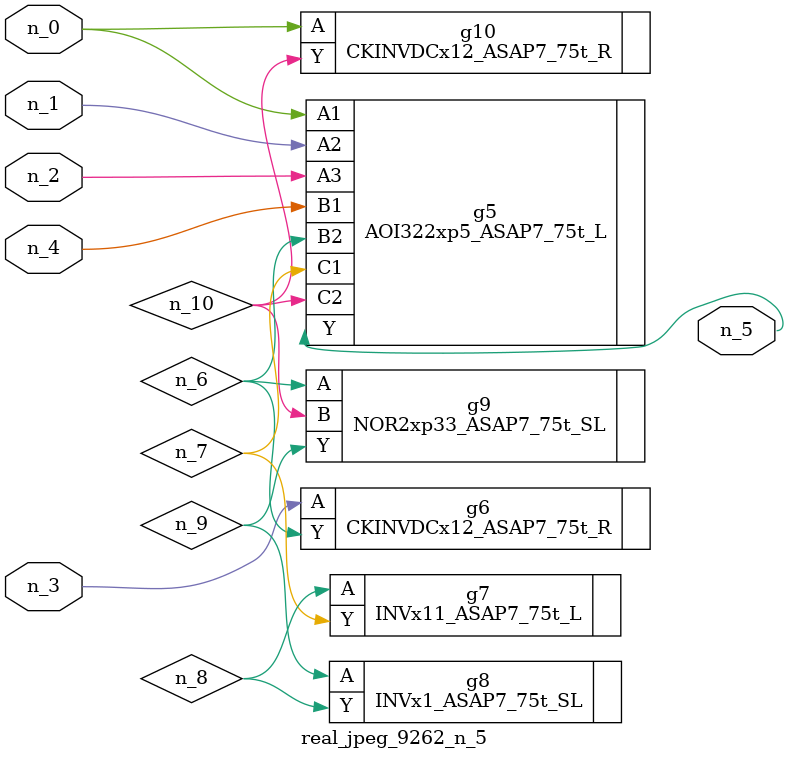
<source format=v>
module real_jpeg_9262_n_5 (n_4, n_0, n_1, n_2, n_3, n_5);

input n_4;
input n_0;
input n_1;
input n_2;
input n_3;

output n_5;

wire n_8;
wire n_6;
wire n_7;
wire n_10;
wire n_9;

AOI322xp5_ASAP7_75t_L g5 ( 
.A1(n_0),
.A2(n_1),
.A3(n_2),
.B1(n_4),
.B2(n_6),
.C1(n_7),
.C2(n_10),
.Y(n_5)
);

CKINVDCx12_ASAP7_75t_R g10 ( 
.A(n_0),
.Y(n_10)
);

CKINVDCx12_ASAP7_75t_R g6 ( 
.A(n_3),
.Y(n_6)
);

NOR2xp33_ASAP7_75t_SL g9 ( 
.A(n_6),
.B(n_10),
.Y(n_9)
);

INVx11_ASAP7_75t_L g7 ( 
.A(n_8),
.Y(n_7)
);

INVx1_ASAP7_75t_SL g8 ( 
.A(n_9),
.Y(n_8)
);


endmodule
</source>
